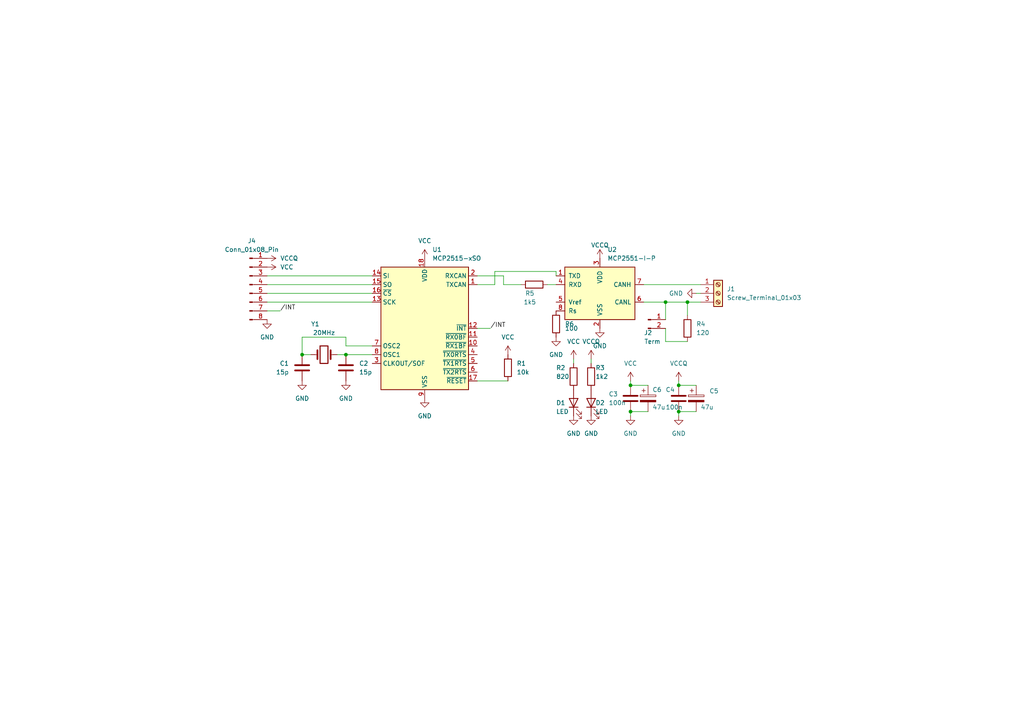
<source format=kicad_sch>
(kicad_sch (version 20230121) (generator eeschema)
  (paper "A4")
  (lib_symbols
    (symbol "Connector:Conn_01x02_Pin" (pin_names (offset 1.016) hide)
      (property "Reference" "J" (at 0 2.54 0))
      (property "Value" "Conn_01x02_Pin" (at 0 -5.08 0))
      (symbol "Conn_01x02_Pin_1_1"
        (polyline (pts (xy 1.27 -2.54) (xy 0.8636 -2.54)) (stroke (width 0.1524)))
        (polyline (pts (xy 1.27 0) (xy 0.8636 0)) (stroke (width 0.1524)))
        (rectangle (start 0.8636 -2.413) (end 0 -2.667) (stroke (width 0.1524)) (fill (type outline)))
        (rectangle (start 0.8636 0.127) (end 0 -0.127) (stroke (width 0.1524)) (fill (type outline)))
        (pin passive line (at 5.08 0 180) (length 3.81) (name "Pin_1") (number "1"))
        (pin passive line (at 5.08 -2.54 180) (length 3.81) (name "Pin_2") (number "2"))
      )
    )
    (symbol "Connector:Conn_01x08_Pin" (pin_names (offset 1.016) hide)
      (property "Reference" "J" (at 0 10.16 0))
      (property "Value" "Conn_01x08_Pin" (at 0 -12.7 0))
      (symbol "Conn_01x08_Pin_1_1"
        (polyline (pts (xy 1.27 -10.16) (xy 0.8636 -10.16)) (stroke (width 0.1524)))
        (polyline (pts (xy 1.27 -7.62) (xy 0.8636 -7.62)) (stroke (width 0.1524)))
        (polyline (pts (xy 1.27 -5.08) (xy 0.8636 -5.08)) (stroke (width 0.1524)))
        (polyline (pts (xy 1.27 -2.54) (xy 0.8636 -2.54)) (stroke (width 0.1524)))
        (polyline (pts (xy 1.27 0) (xy 0.8636 0)) (stroke (width 0.1524)))
        (polyline (pts (xy 1.27 2.54) (xy 0.8636 2.54)) (stroke (width 0.1524)))
        (polyline (pts (xy 1.27 5.08) (xy 0.8636 5.08)) (stroke (width 0.1524)))
        (polyline (pts (xy 1.27 7.62) (xy 0.8636 7.62)) (stroke (width 0.1524)))
        (rectangle (start 0.8636 -10.033) (end 0 -10.287) (stroke (width 0.1524)) (fill (type outline)))
        (rectangle (start 0.8636 -7.493) (end 0 -7.747) (stroke (width 0.1524)) (fill (type outline)))
        (rectangle (start 0.8636 -4.953) (end 0 -5.207) (stroke (width 0.1524)) (fill (type outline)))
        (rectangle (start 0.8636 -2.413) (end 0 -2.667) (stroke (width 0.1524)) (fill (type outline)))
        (rectangle (start 0.8636 0.127) (end 0 -0.127) (stroke (width 0.1524)) (fill (type outline)))
        (rectangle (start 0.8636 2.667) (end 0 2.413) (stroke (width 0.1524)) (fill (type outline)))
        (rectangle (start 0.8636 5.207) (end 0 4.953) (stroke (width 0.1524)) (fill (type outline)))
        (rectangle (start 0.8636 7.747) (end 0 7.493) (stroke (width 0.1524)) (fill (type outline)))
        (pin passive line (at 5.08 7.62 180) (length 3.81) (name "Pin_1") (number "1"))
        (pin passive line (at 5.08 5.08 180) (length 3.81) (name "Pin_2") (number "2"))
        (pin passive line (at 5.08 2.54 180) (length 3.81) (name "Pin_3") (number "3"))
        (pin passive line (at 5.08 0 180) (length 3.81) (name "Pin_4") (number "4"))
        (pin passive line (at 5.08 -2.54 180) (length 3.81) (name "Pin_5") (number "5"))
        (pin passive line (at 5.08 -5.08 180) (length 3.81) (name "Pin_6") (number "6"))
        (pin passive line (at 5.08 -7.62 180) (length 3.81) (name "Pin_7") (number "7"))
        (pin passive line (at 5.08 -10.16 180) (length 3.81) (name "Pin_8") (number "8"))
      )
    )
    (symbol "Connector:Screw_Terminal_01x03" (pin_names (offset 1.016) hide)
      (property "Reference" "J" (at 0 5.08 0))
      (property "Value" "Screw_Terminal_01x03" (at 0 -5.08 0))
      (symbol "Screw_Terminal_01x03_1_1"
        (rectangle (start -1.27 3.81) (end 1.27 -3.81) (stroke (width 0.254)) (fill (type background)))
        (circle (center 0 -2.54) (radius 0.635) (stroke (width 0.1524)))
        (polyline (pts (xy -0.5334 -2.2098) (xy 0.3302 -3.048)) (stroke (width 0.1524)))
        (polyline (pts (xy -0.5334 0.3302) (xy 0.3302 -0.508)) (stroke (width 0.1524)))
        (polyline (pts (xy -0.5334 2.8702) (xy 0.3302 2.032)) (stroke (width 0.1524)))
        (polyline (pts (xy -0.3556 -2.032) (xy 0.508 -2.8702)) (stroke (width 0.1524)))
        (polyline (pts (xy -0.3556 0.508) (xy 0.508 -0.3302)) (stroke (width 0.1524)))
        (polyline (pts (xy -0.3556 3.048) (xy 0.508 2.2098)) (stroke (width 0.1524)))
        (circle (center 0 0) (radius 0.635) (stroke (width 0.1524)))
        (circle (center 0 2.54) (radius 0.635) (stroke (width 0.1524)))
        (pin passive line (at -5.08 2.54 0) (length 3.81) (name "Pin_1") (number "1"))
        (pin passive line (at -5.08 0 0) (length 3.81) (name "Pin_2") (number "2"))
        (pin passive line (at -5.08 -2.54 0) (length 3.81) (name "Pin_3") (number "3"))
      )
    )
    (symbol "Device:C" (pin_numbers hide) (pin_names (offset 0.254))
      (property "Reference" "C" (at 0.635 2.54 0))
      (property "Value" "C" (at 0.635 -2.54 0))
      (symbol "C_0_1"
        (polyline (pts (xy -2.032 -0.762) (xy 2.032 -0.762)) (stroke (width 0.508)))
        (polyline (pts (xy -2.032 0.762) (xy 2.032 0.762)) (stroke (width 0.508)))
      )
      (symbol "C_1_1"
        (pin passive line (at 0 3.81 270) (length 2.794) (name "~") (number "1"))
        (pin passive line (at 0 -3.81 90) (length 2.794) (name "~") (number "2"))
      )
    )
    (symbol "Device:C_Polarized" (pin_numbers hide) (pin_names (offset 0.254))
      (property "Reference" "C" (at 0.635 2.54 0))
      (property "Value" "C_Polarized" (at 0.635 -2.54 0))
      (symbol "C_Polarized_0_1"
        (rectangle (start -2.286 0.508) (end 2.286 1.016))
        (polyline (pts (xy -1.778 2.286) (xy -0.762 2.286)))
        (polyline (pts (xy -1.27 2.794) (xy -1.27 1.778)))
        (rectangle (start 2.286 -0.508) (end -2.286 -1.016) (fill (type outline)))
      )
      (symbol "C_Polarized_1_1"
        (pin passive line (at 0 3.81 270) (length 2.794) (name "~") (number "1"))
        (pin passive line (at 0 -3.81 90) (length 2.794) (name "~") (number "2"))
      )
    )
    (symbol "Device:Crystal" (pin_numbers hide) (pin_names (offset 1.016) hide)
      (property "Reference" "Y" (at 0 3.81 0))
      (property "Value" "Crystal" (at 0 -3.81 0))
      (symbol "Crystal_0_1"
        (rectangle (start -1.143 2.54) (end 1.143 -2.54) (stroke (width 0.3048)))
        (polyline (pts (xy -2.54 0) (xy -1.905 0)))
        (polyline (pts (xy -1.905 -1.27) (xy -1.905 1.27)) (stroke (width 0.508)))
        (polyline (pts (xy 1.905 -1.27) (xy 1.905 1.27)) (stroke (width 0.508)))
        (polyline (pts (xy 2.54 0) (xy 1.905 0)))
      )
      (symbol "Crystal_1_1"
        (pin passive line (at -3.81 0 0) (length 1.27) (name "1") (number "1"))
        (pin passive line (at 3.81 0 180) (length 1.27) (name "2") (number "2"))
      )
    )
    (symbol "Device:LED" (pin_numbers hide) (pin_names (offset 1.016) hide)
      (property "Reference" "D" (at 0 2.54 0))
      (property "Value" "LED" (at 0 -2.54 0))
      (symbol "LED_0_1"
        (polyline (pts (xy -1.27 -1.27) (xy -1.27 1.27)) (stroke (width 0.254)))
        (polyline (pts (xy -1.27 0) (xy 1.27 0)))
        (polyline (pts (xy 1.27 -1.27) (xy 1.27 1.27) (xy -1.27 0) (xy 1.27 -1.27)) (stroke (width 0.254)))
        (polyline (pts (xy -3.048 -0.762) (xy -4.572 -2.286) (xy -3.81 -2.286) (xy -4.572 -2.286) (xy -4.572 -1.524)))
        (polyline (pts (xy -1.778 -0.762) (xy -3.302 -2.286) (xy -2.54 -2.286) (xy -3.302 -2.286) (xy -3.302 -1.524)))
      )
      (symbol "LED_1_1"
        (pin passive line (at -3.81 0 0) (length 2.54) (name "K") (number "1"))
        (pin passive line (at 3.81 0 180) (length 2.54) (name "A") (number "2"))
      )
    )
    (symbol "Device:R" (pin_numbers hide) (pin_names (offset 0))
      (property "Reference" "R" (at 2.032 0 90))
      (property "Value" "R" (at 0 0 90))
      (symbol "R_0_1"
        (rectangle (start -1.016 -2.54) (end 1.016 2.54) (stroke (width 0.254)))
      )
      (symbol "R_1_1"
        (pin passive line (at 0 3.81 270) (length 1.27) (name "~") (number "1"))
        (pin passive line (at 0 -3.81 90) (length 1.27) (name "~") (number "2"))
      )
    )
    (symbol "Interface_CAN_LIN:MCP2515-xSO"
      (property "Reference" "U" (at -10.16 19.685 0))
      (property "Value" "MCP2515-xSO" (at 19.05 20.32 0))
      (symbol "MCP2515-xSO_0_1"
        (rectangle (start -12.7 17.78) (end 12.7 -17.78) (stroke (width 0.254)) (fill (type background)))
      )
      (symbol "MCP2515-xSO_1_1"
        (pin output line (at 15.24 12.7 180) (length 2.54) (name "TXCAN") (number "1"))
        (pin output line (at 15.24 -5.08 180) (length 2.54) (name "~{RX1BF}") (number "10"))
        (pin output line (at 15.24 -2.54 180) (length 2.54) (name "~{RX0BF}") (number "11"))
        (pin output line (at 15.24 0 180) (length 2.54) (name "~{INT}") (number "12"))
        (pin input line (at -15.24 7.62 0) (length 2.54) (name "SCK") (number "13"))
        (pin input line (at -15.24 15.24 0) (length 2.54) (name "SI") (number "14"))
        (pin output line (at -15.24 12.7 0) (length 2.54) (name "SO") (number "15"))
        (pin input line (at -15.24 10.16 0) (length 2.54) (name "~{CS}") (number "16"))
        (pin input line (at 15.24 -15.24 180) (length 2.54) (name "~{RESET}") (number "17"))
        (pin power_in line (at 0 20.32 270) (length 2.54) (name "VDD") (number "18"))
        (pin input line (at 15.24 15.24 180) (length 2.54) (name "RXCAN") (number "2"))
        (pin output line (at -15.24 -10.16 0) (length 2.54) (name "CLKOUT/SOF") (number "3"))
        (pin input line (at 15.24 -7.62 180) (length 2.54) (name "~{TX0RTS}") (number "4"))
        (pin input line (at 15.24 -10.16 180) (length 2.54) (name "~{TX1RTS}") (number "5"))
        (pin input line (at 15.24 -12.7 180) (length 2.54) (name "~{TX2RTS}") (number "6"))
        (pin output line (at -15.24 -5.08 0) (length 2.54) (name "OSC2") (number "7"))
        (pin input line (at -15.24 -7.62 0) (length 2.54) (name "OSC1") (number "8"))
        (pin power_in line (at 0 -20.32 90) (length 2.54) (name "VSS") (number "9"))
      )
    )
    (symbol "Interface_CAN_LIN:MCP2551-I-P" (pin_names (offset 1.016))
      (property "Reference" "U" (at -10.16 8.89 0))
      (property "Value" "MCP2551-I-P" (at 2.54 8.89 0))
      (symbol "MCP2551-I-P_0_1"
        (rectangle (start -10.16 7.62) (end 10.16 -7.62) (stroke (width 0.254)) (fill (type background)))
      )
      (symbol "MCP2551-I-P_1_1"
        (pin input line (at -12.7 5.08 0) (length 2.54) (name "TXD") (number "1"))
        (pin power_in line (at 0 -10.16 90) (length 2.54) (name "VSS") (number "2"))
        (pin power_in line (at 0 10.16 270) (length 2.54) (name "VDD") (number "3"))
        (pin output line (at -12.7 2.54 0) (length 2.54) (name "RXD") (number "4"))
        (pin power_out line (at -12.7 -2.54 0) (length 2.54) (name "Vref") (number "5"))
        (pin bidirectional line (at 12.7 -2.54 180) (length 2.54) (name "CANL") (number "6"))
        (pin bidirectional line (at 12.7 2.54 180) (length 2.54) (name "CANH") (number "7"))
        (pin input line (at -12.7 -5.08 0) (length 2.54) (name "Rs") (number "8"))
      )
    )
    (symbol "power:GND" (power) (pin_names (offset 0))
      (property "Value" "GND" (at 0 -3.81 0))
      (symbol "GND_0_1"
        (polyline (pts (xy 0 0) (xy 0 -1.27) (xy 1.27 -1.27) (xy 0 -2.54) (xy -1.27 -1.27) (xy 0 -1.27)))
      )
      (symbol "GND_1_1"
        (pin power_in line (at 0 0 270) (length 0) hide (name "GND") (number "1"))
      )
    )
    (symbol "power:VCC" (power) (pin_names (offset 0))
      (property "Value" "VCC" (at 0 3.81 0))
      (symbol "VCC_0_1"
        (polyline (pts (xy -0.762 1.27) (xy 0 2.54)))
        (polyline (pts (xy 0 0) (xy 0 2.54)))
        (polyline (pts (xy 0 2.54) (xy 0.762 1.27)))
      )
      (symbol "VCC_1_1"
        (pin power_in line (at 0 0 90) (length 0) hide (name "VCC") (number "1"))
      )
    )
    (symbol "power:VCCQ" (power) (pin_names (offset 0))
      (property "Value" "VCCQ" (at 0 3.81 0))
      (symbol "VCCQ_0_1"
        (polyline (pts (xy -0.762 1.27) (xy 0 2.54)))
        (polyline (pts (xy 0 0) (xy 0 2.54)))
        (polyline (pts (xy 0 2.54) (xy 0.762 1.27)))
      )
      (symbol "VCCQ_1_1"
        (pin power_in line (at 0 0 90) (length 0) hide (name "VCCQ") (number "1"))
      )
    )
  )
  (junction (at 87.63 102.87))
  (junction (at 182.88 119.38))
  (junction (at 196.85 111.76))
  (junction (at 196.85 119.38))
  (junction (at 182.88 111.76))
  (junction (at 193.04 87.63))
  (junction (at 199.39 87.63))
  (junction (at 100.33 102.87))
  (wire (pts (xy 182.88 119.38) (xy 187.96 119.38)))
  (wire (pts (xy 171.45 105.41) (xy 171.45 104.14)))
  (wire (pts (xy 77.47 82.55) (xy 107.95 82.55)))
  (wire (pts (xy 146.05 80.01) (xy 138.43 80.01)))
  (wire (pts (xy 193.04 99.06) (xy 199.39 99.06)))
  (wire (pts (xy 182.88 119.38) (xy 182.88 120.65)))
  (wire (pts (xy 193.04 95.25) (xy 193.04 99.06)))
  (wire (pts (xy 158.75 82.55) (xy 161.29 82.55)))
  (wire (pts (xy 87.63 97.79) (xy 87.63 102.87)))
  (wire (pts (xy 193.04 87.63) (xy 199.39 87.63)))
  (wire (pts (xy 143.51 78.74) (xy 161.29 78.74)))
  (wire (pts (xy 199.39 87.63) (xy 199.39 91.44)))
  (wire (pts (xy 138.43 82.55) (xy 143.51 82.55)))
  (wire (pts (xy 77.47 85.09) (xy 107.95 85.09)))
  (wire (pts (xy 138.43 95.25) (xy 142.24 95.25)))
  (wire (pts (xy 182.88 111.76) (xy 187.96 111.76)))
  (wire (pts (xy 193.04 87.63) (xy 193.04 92.71)))
  (wire (pts (xy 186.69 82.55) (xy 203.2 82.55)))
  (wire (pts (xy 97.79 102.87) (xy 100.33 102.87)))
  (wire (pts (xy 166.37 105.41) (xy 166.37 104.14)))
  (wire (pts (xy 107.95 100.33) (xy 100.33 100.33)))
  (wire (pts (xy 77.47 80.01) (xy 107.95 80.01)))
  (wire (pts (xy 151.13 82.55) (xy 146.05 82.55)))
  (wire (pts (xy 196.85 119.38) (xy 196.85 120.65)))
  (wire (pts (xy 196.85 111.76) (xy 201.93 111.76)))
  (wire (pts (xy 77.47 90.17) (xy 81.28 90.17)))
  (wire (pts (xy 146.05 82.55) (xy 146.05 80.01)))
  (wire (pts (xy 77.47 87.63) (xy 107.95 87.63)))
  (wire (pts (xy 186.69 87.63) (xy 193.04 87.63)))
  (wire (pts (xy 196.85 110.49) (xy 196.85 111.76)))
  (wire (pts (xy 143.51 82.55) (xy 143.51 78.74)))
  (wire (pts (xy 100.33 97.79) (xy 87.63 97.79)))
  (wire (pts (xy 199.39 87.63) (xy 203.2 87.63)))
  (wire (pts (xy 161.29 78.74) (xy 161.29 80.01)))
  (wire (pts (xy 100.33 102.87) (xy 107.95 102.87)))
  (wire (pts (xy 182.88 110.49) (xy 182.88 111.76)))
  (wire (pts (xy 201.93 85.09) (xy 203.2 85.09)))
  (wire (pts (xy 196.85 119.38) (xy 201.93 119.38)))
  (wire (pts (xy 138.43 110.49) (xy 147.32 110.49)))
  (wire (pts (xy 87.63 102.87) (xy 90.17 102.87)))
  (wire (pts (xy 100.33 100.33) (xy 100.33 97.79)))
  (label "{slash}INT" (at 142.24 95.25 0))
  (label "{slash}INT" (at 81.28 90.17 0))
  (symbol (lib_id "power:VCCQ") (at 196.85 110.49 0) (unit 1)
    (property "Reference" "#PWR06" (effects hide))
    (property "Value" "VCCQ" (at 196.85 105.41 0))
  )
  (symbol (lib_id "Interface_CAN_LIN:MCP2551-I-P") (at 173.99 85.09 0) (unit 1)
    (property "Reference" "U2" (at 176.1841 72.39 0) (effects (justify left)))
    (property "Value" "MCP2551-I-P" (at 176.1841 74.93 0) (effects (justify left)))
    (property "Footprint" "Package_DIP:DIP-8_W7.62mm" (effects hide))
    (property "Datasheet" "http://ww1.microchip.com/downloads/en/devicedoc/21667d.pdf" (effects hide))
  )
  (symbol (lib_id "power:GND") (at 173.99 95.25 0) (unit 1)
    (property "Reference" "#PWR013" (effects hide))
    (property "Value" "GND" (at 173.99 100.33 0))
  )
  (symbol (lib_id "power:GND") (at 161.29 97.79 0) (unit 1)
    (property "Reference" "#PWR012" (effects hide))
    (property "Value" "GND" (at 161.29 102.87 0))
  )
  (symbol (lib_id "Interface_CAN_LIN:MCP2515-xSO") (at 123.19 95.25 0) (unit 1)
    (property "Reference" "U1" (at 125.3841 72.39 0) (effects (justify left)))
    (property "Value" "MCP2515-xSO" (at 125.3841 74.93 0) (effects (justify left)))
    (property "Footprint" "Package_DIP:DIP-18_W7.62mm_LongPads" (effects hide))
    (property "Datasheet" "http://ww1.microchip.com/downloads/en/DeviceDoc/21801e.pdf" (effects hide))
  )
  (symbol (lib_id "Device:LED") (at 166.37 116.84 90) (unit 1)
    (property "Reference" "D1" (at 161.29 116.84 90) (effects (justify right)))
    (property "Value" "LED" (at 161.29 119.38 90) (effects (justify right)))
    (property "Footprint" "LED_SMD:LED_0805_2012Metric_Pad1.15x1.40mm_HandSolder" (effects hide))
  )
  (symbol (lib_id "power:VCC") (at 123.19 74.93 0) (unit 1)
    (property "Reference" "#PWR01" (effects hide))
    (property "Value" "VCC" (at 123.19 69.85 0))
  )
  (symbol (lib_id "Connector:Conn_01x08_Pin") (at 72.39 82.55 0) (unit 1)
    (property "Reference" "J4" (at 73.025 69.85 0))
    (property "Value" "Conn_01x08_Pin" (at 73.025 72.39 0))
    (property "Footprint" "Connector_PinHeader_2.54mm:PinHeader_1x08_P2.54mm_Vertical" (effects hide))
  )
  (symbol (lib_id "Device:C_Polarized") (at 187.96 115.57 0) (unit 1)
    (property "Reference" "C6" (at 189.23 113.03 0) (effects (justify left)))
    (property "Value" "47u" (at 189.23 118.11 0) (effects (justify left)))
    (property "Footprint" "Capacitor_SMD:CP_Elec_6.3x5.4" (effects hide))
  )
  (symbol (lib_id "Device:R") (at 154.94 82.55 90) (unit 1)
    (property "Reference" "R5" (at 153.67 85.09 90))
    (property "Value" "1k5" (at 153.67 87.63 90))
    (property "Footprint" "Resistor_SMD:R_0805_2012Metric_Pad1.20x1.40mm_HandSolder" (effects hide))
  )
  (symbol (lib_id "Connector:Screw_Terminal_01x03") (at 208.28 85.09 0) (unit 1)
    (property "Reference" "J1" (at 210.82 83.82 0) (effects (justify left)))
    (property "Value" "Screw_Terminal_01x03" (at 210.82 86.36 0) (effects (justify left)))
    (property "Footprint" "TerminalBlock:TerminalBlock_Altech_AK300-3_P5.00mm" (effects hide))
  )
  (symbol (lib_id "Device:R") (at 161.29 93.98 0) (unit 1)
    (property "Reference" "R6" (at 163.83 93.98 0) (effects (justify left)))
    (property "Value" "100" (at 163.83 95.25 0) (effects (justify left)))
    (property "Footprint" "Resistor_SMD:R_0805_2012Metric_Pad1.20x1.40mm_HandSolder" (effects hide))
  )
  (symbol (lib_id "Device:C") (at 87.63 106.68 0) (mirror y) (unit 1)
    (property "Reference" "C1" (at 83.82 105.41 0) (effects (justify left)))
    (property "Value" "15p" (at 83.82 107.95 0) (effects (justify left)))
    (property "Footprint" "Capacitor_SMD:C_0805_2012Metric_Pad1.18x1.45mm_HandSolder" (effects hide))
  )
  (symbol (lib_id "Device:C") (at 182.88 115.57 0) (unit 1)
    (property "Reference" "C3" (at 176.53 114.3 0) (effects (justify left)))
    (property "Value" "100n" (at 176.53 116.84 0) (effects (justify left)))
    (property "Footprint" "Capacitor_SMD:C_0805_2012Metric_Pad1.18x1.45mm_HandSolder" (effects hide))
  )
  (symbol (lib_id "power:VCCQ") (at 171.45 104.14 0) (unit 1)
    (property "Reference" "#PWR018" (effects hide))
    (property "Value" "VCCQ" (at 171.45 99.06 0))
  )
  (symbol (lib_id "power:GND") (at 196.85 120.65 0) (unit 1)
    (property "Reference" "#PWR016" (effects hide))
    (property "Value" "GND" (at 196.85 125.73 0))
  )
  (symbol (lib_id "power:VCC") (at 77.47 77.47 270) (unit 1)
    (property "Reference" "#PWR04" (effects hide))
    (property "Value" "VCC" (at 81.28 77.47 90) (effects (justify left)))
  )
  (symbol (lib_id "Device:C") (at 196.85 115.57 0) (unit 1)
    (property "Reference" "C4" (at 193.04 113.03 0) (effects (justify left)))
    (property "Value" "100n" (at 193.04 118.11 0) (effects (justify left)))
    (property "Footprint" "Capacitor_SMD:C_0805_2012Metric_Pad1.18x1.45mm_HandSolder" (effects hide))
  )
  (symbol (lib_id "power:GND") (at 201.93 85.09 270) (unit 1)
    (property "Reference" "#PWR014" (effects hide))
    (property "Value" "GND" (at 198.12 85.09 90) (effects (justify right)))
  )
  (symbol (lib_id "Device:Crystal") (at 93.98 102.87 0) (unit 1)
    (property "Reference" "Y1" (at 91.44 93.98 0))
    (property "Value" "20MHz" (at 93.98 96.52 0))
    (property "Footprint" "Crystal:Crystal_HC49-U_Vertical" (effects hide))
  )
  (symbol (lib_id "power:GND") (at 87.63 110.49 0) (unit 1)
    (property "Reference" "#PWR09" (effects hide))
    (property "Value" "GND" (at 87.63 115.57 0))
  )
  (symbol (lib_id "power:GND") (at 123.19 115.57 0) (unit 1)
    (property "Reference" "#PWR011" (effects hide))
    (property "Value" "GND" (at 123.19 120.65 0))
  )
  (symbol (lib_id "Device:R") (at 147.32 106.68 0) (unit 1)
    (property "Reference" "R1" (at 149.86 105.41 0) (effects (justify left)))
    (property "Value" "10k" (at 149.86 107.95 0) (effects (justify left)))
    (property "Footprint" "Resistor_SMD:R_0805_2012Metric_Pad1.20x1.40mm_HandSolder" (effects hide))
  )
  (symbol (lib_id "power:VCCQ") (at 173.99 74.93 0) (unit 1)
    (property "Reference" "#PWR07" (effects hide))
    (property "Value" "VCCQ" (at 173.99 71.12 0))
  )
  (symbol (lib_id "Device:LED") (at 171.45 116.84 90) (unit 1)
    (property "Reference" "D2" (at 172.72 116.84 90) (effects (justify right)))
    (property "Value" "LED" (at 172.72 119.38 90) (effects (justify right)))
    (property "Footprint" "LED_SMD:LED_0805_2012Metric_Pad1.15x1.40mm_HandSolder" (effects hide))
  )
  (symbol (lib_id "power:GND") (at 77.47 92.71 0) (unit 1)
    (property "Reference" "#PWR08" (effects hide))
    (property "Value" "GND" (at 77.47 97.79 0))
  )
  (symbol (lib_id "Device:C_Polarized") (at 201.93 115.57 0) (unit 1)
    (property "Reference" "C5" (at 205.74 113.411 0) (effects (justify left)))
    (property "Value" "47u" (at 203.2 118.11 0) (effects (justify left)))
    (property "Footprint" "Capacitor_SMD:CP_Elec_6.3x5.4" (effects hide))
  )
  (symbol (lib_id "Device:R") (at 171.45 109.22 0) (unit 1)
    (property "Reference" "R3" (at 172.72 106.68 0) (effects (justify left)))
    (property "Value" "1k2" (at 172.72 109.22 0) (effects (justify left)))
    (property "Footprint" "Resistor_SMD:R_0805_2012Metric_Pad1.20x1.40mm_HandSolder" (effects hide))
  )
  (symbol (lib_id "Device:R") (at 199.39 95.25 0) (unit 1)
    (property "Reference" "R4" (at 201.93 93.98 0) (effects (justify left)))
    (property "Value" "120" (at 201.93 96.52 0) (effects (justify left)))
    (property "Footprint" "Resistor_SMD:R_0805_2012Metric_Pad1.20x1.40mm_HandSolder" (effects hide))
  )
  (symbol (lib_id "power:VCCQ") (at 77.47 74.93 270) (unit 1)
    (property "Reference" "#PWR05" (effects hide))
    (property "Value" "VCCQ" (at 81.28 74.93 90) (effects (justify left)))
  )
  (symbol (lib_id "Device:R") (at 166.37 109.22 0) (unit 1)
    (property "Reference" "R2" (at 161.29 106.68 0) (effects (justify left)))
    (property "Value" "820" (at 161.29 109.22 0) (effects (justify left)))
    (property "Footprint" "Resistor_SMD:R_0805_2012Metric_Pad1.20x1.40mm_HandSolder" (effects hide))
  )
  (symbol (lib_id "power:VCC") (at 147.32 102.87 0) (unit 1)
    (property "Reference" "#PWR02" (effects hide))
    (property "Value" "VCC" (at 147.32 97.79 0))
  )
  (symbol (lib_id "power:GND") (at 100.33 110.49 0) (unit 1)
    (property "Reference" "#PWR010" (effects hide))
    (property "Value" "GND" (at 100.33 115.57 0))
  )
  (symbol (lib_id "Device:C") (at 100.33 106.68 0) (unit 1)
    (property "Reference" "C2" (at 104.14 105.41 0) (effects (justify left)))
    (property "Value" "15p" (at 104.14 107.95 0) (effects (justify left)))
    (property "Footprint" "Capacitor_SMD:C_0805_2012Metric_Pad1.18x1.45mm_HandSolder" (effects hide))
  )
  (symbol (lib_id "power:GND") (at 171.45 120.65 0) (unit 1)
    (property "Reference" "#PWR020" (effects hide))
    (property "Value" "GND" (at 171.45 125.73 0))
  )
  (symbol (lib_id "Connector:Conn_01x02_Pin") (at 187.96 92.71 0) (unit 1)
    (property "Reference" "J2" (at 187.96 96.52 0))
    (property "Value" "Term" (at 189.23 99.06 0))
    (property "Footprint" "Connector_PinHeader_2.54mm:PinHeader_1x02_P2.54mm_Vertical" (effects hide))
  )
  (symbol (lib_id "power:GND") (at 182.88 120.65 0) (unit 1)
    (property "Reference" "#PWR015" (effects hide))
    (property "Value" "GND" (at 182.88 125.73 0))
  )
  (symbol (lib_id "power:VCC") (at 182.88 110.49 0) (unit 1)
    (property "Reference" "#PWR03" (effects hide))
    (property "Value" "VCC" (at 182.88 105.41 0))
  )
  (symbol (lib_id "power:VCC") (at 166.37 104.14 0) (unit 1)
    (property "Reference" "#PWR017" (effects hide))
    (property "Value" "VCC" (at 166.37 99.06 0))
  )
  (symbol (lib_id "power:GND") (at 166.37 120.65 0) (unit 1)
    (property "Reference" "#PWR019" (effects hide))
    (property "Value" "GND" (at 166.37 125.73 0))
  )
)
</source>
